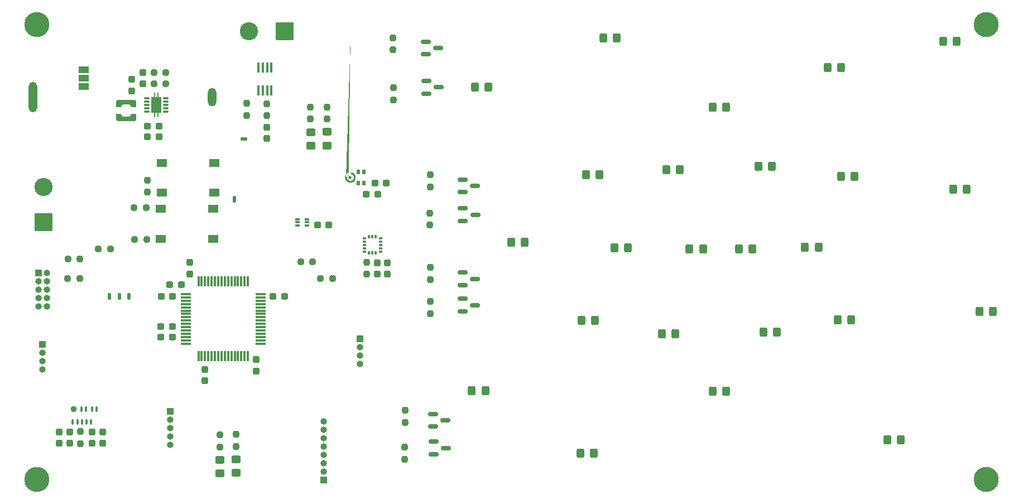
<source format=gts>
G04 #@! TF.GenerationSoftware,KiCad,Pcbnew,8.0.2-8.0.2-0~ubuntu22.04.1*
G04 #@! TF.CreationDate,2024-05-15T13:26:14-04:00*
G04 #@! TF.ProjectId,holiday-widget,686f6c69-6461-4792-9d77-69646765742e,1.0*
G04 #@! TF.SameCoordinates,Original*
G04 #@! TF.FileFunction,Soldermask,Top*
G04 #@! TF.FilePolarity,Negative*
%FSLAX46Y46*%
G04 Gerber Fmt 4.6, Leading zero omitted, Abs format (unit mm)*
G04 Created by KiCad (PCBNEW 8.0.2-8.0.2-0~ubuntu22.04.1) date 2024-05-15 13:26:14*
%MOMM*%
%LPD*%
G01*
G04 APERTURE LIST*
G04 Aperture macros list*
%AMRoundRect*
0 Rectangle with rounded corners*
0 $1 Rounding radius*
0 $2 $3 $4 $5 $6 $7 $8 $9 X,Y pos of 4 corners*
0 Add a 4 corners polygon primitive as box body*
4,1,4,$2,$3,$4,$5,$6,$7,$8,$9,$2,$3,0*
0 Add four circle primitives for the rounded corners*
1,1,$1+$1,$2,$3*
1,1,$1+$1,$4,$5*
1,1,$1+$1,$6,$7*
1,1,$1+$1,$8,$9*
0 Add four rect primitives between the rounded corners*
20,1,$1+$1,$2,$3,$4,$5,0*
20,1,$1+$1,$4,$5,$6,$7,0*
20,1,$1+$1,$6,$7,$8,$9,0*
20,1,$1+$1,$8,$9,$2,$3,0*%
%AMFreePoly0*
4,1,51,0.911569,0.773019,1.138152,0.657569,1.317969,0.477752,1.433419,0.251169,1.462091,0.070138,1.470107,0.070840,1.473200,0.000000,1.470107,-0.070840,1.462091,-0.070138,1.433419,-0.251169,1.317969,-0.477752,1.138152,-0.657569,0.911569,-0.773019,0.660400,-0.812800,0.409231,-0.773019,0.182648,-0.657569,0.002831,-0.477752,-0.112619,-0.251169,-0.141291,-0.070138,-0.149307,-0.070840,
-0.152400,0.000000,0.152400,0.000000,0.177263,-0.156981,0.249420,-0.298595,0.361805,-0.410981,0.503420,-0.483137,0.660400,-0.508000,0.817381,-0.483137,0.958995,-0.410981,1.071381,-0.298595,1.143537,-0.156981,1.168400,0.000000,1.143537,0.156981,1.071381,0.298595,0.958995,0.410981,0.817381,0.483137,0.660400,0.508000,0.503420,0.483137,0.361805,0.410981,0.249420,0.298595,
0.177263,0.156981,0.152400,0.000000,-0.152400,0.000000,-0.149307,0.070840,-0.141291,0.070138,-0.112619,0.251169,0.002831,0.477752,0.182648,0.657569,0.409231,0.773019,0.660400,0.812800,0.911569,0.773019,0.911569,0.773019,$1*%
%AMFreePoly1*
4,1,11,0.760000,0.825000,0.380000,0.510000,0.380000,-0.510000,0.760000,-0.825000,0.760000,-1.525000,-0.125000,-1.525000,-0.380000,-1.270000,-0.380000,1.270000,-0.125000,1.525000,0.760000,1.525000,0.760000,0.825000,0.760000,0.825000,$1*%
G04 Aperture macros list end*
%ADD10R,0.280000X0.280000*%
%ADD11O,0.850000X0.280000*%
%ADD12C,0.600000*%
%ADD13R,0.680000X1.050000*%
%ADD14R,0.260000X0.500000*%
%ADD15R,0.280000X0.700000*%
%ADD16R,1.650000X2.400000*%
%ADD17R,1.550000X1.300000*%
%ADD18RoundRect,0.237500X-0.300000X-0.237500X0.300000X-0.237500X0.300000X0.237500X-0.300000X0.237500X0*%
%ADD19RoundRect,0.237500X0.300000X0.237500X-0.300000X0.237500X-0.300000X-0.237500X0.300000X-0.237500X0*%
%ADD20R,1.000000X1.000000*%
%ADD21O,1.000000X1.000000*%
%ADD22RoundRect,0.250000X-0.325000X-0.450000X0.325000X-0.450000X0.325000X0.450000X-0.325000X0.450000X0*%
%ADD23RoundRect,0.250000X1.125000X1.125000X-1.125000X1.125000X-1.125000X-1.125000X1.125000X-1.125000X0*%
%ADD24C,2.750000*%
%ADD25RoundRect,0.125000X-0.125000X-0.375000X0.125000X-0.375000X0.125000X0.375000X-0.125000X0.375000X0*%
%ADD26RoundRect,0.237500X-0.250000X-0.237500X0.250000X-0.237500X0.250000X0.237500X-0.250000X0.237500X0*%
%ADD27RoundRect,0.237500X0.237500X-0.300000X0.237500X0.300000X-0.237500X0.300000X-0.237500X-0.300000X0*%
%ADD28RoundRect,0.237500X-0.237500X0.250000X-0.237500X-0.250000X0.237500X-0.250000X0.237500X0.250000X0*%
%ADD29RoundRect,0.087500X-0.187500X-0.087500X0.187500X-0.087500X0.187500X0.087500X-0.187500X0.087500X0*%
%ADD30RoundRect,0.087500X-0.087500X-0.187500X0.087500X-0.187500X0.087500X0.187500X-0.087500X0.187500X0*%
%ADD31RoundRect,0.150000X-0.587500X-0.150000X0.587500X-0.150000X0.587500X0.150000X-0.587500X0.150000X0*%
%ADD32RoundRect,0.237500X0.250000X0.237500X-0.250000X0.237500X-0.250000X-0.237500X0.250000X-0.237500X0*%
%ADD33RoundRect,0.237500X0.237500X-0.250000X0.237500X0.250000X-0.237500X0.250000X-0.237500X-0.250000X0*%
%ADD34RoundRect,0.250000X1.125000X-1.125000X1.125000X1.125000X-1.125000X1.125000X-1.125000X-1.125000X0*%
%ADD35RoundRect,0.125000X0.375000X-0.125000X0.375000X0.125000X-0.375000X0.125000X-0.375000X-0.125000X0*%
%ADD36RoundRect,0.237500X-0.237500X0.300000X-0.237500X-0.300000X0.237500X-0.300000X0.237500X0.300000X0*%
%ADD37C,0.500000*%
%ADD38R,0.533400X0.736600*%
%ADD39FreePoly0,0.000000*%
%ADD40RoundRect,0.250000X0.450000X-0.325000X0.450000X0.325000X-0.450000X0.325000X-0.450000X-0.325000X0*%
%ADD41C,2.600000*%
%ADD42C,3.800000*%
%ADD43R,1.500000X1.000000*%
%ADD44R,0.300000X1.600000*%
%ADD45RoundRect,0.100000X-0.100000X-0.300000X0.100000X-0.300000X0.100000X0.300000X-0.100000X0.300000X0*%
%ADD46RoundRect,0.200000X-0.215000X-0.200000X0.215000X-0.200000X0.215000X0.200000X-0.215000X0.200000X0*%
%ADD47RoundRect,0.085000X-0.265000X-0.085000X0.265000X-0.085000X0.265000X0.085000X-0.265000X0.085000X0*%
%ADD48FreePoly1,90.000000*%
%ADD49FreePoly1,270.000000*%
%ADD50O,1.300000X4.600000*%
%ADD51O,1.300000X2.800000*%
%ADD52RoundRect,0.075000X-0.700000X-0.075000X0.700000X-0.075000X0.700000X0.075000X-0.700000X0.075000X0*%
%ADD53RoundRect,0.075000X-0.075000X-0.700000X0.075000X-0.700000X0.075000X0.700000X-0.075000X0.700000X0*%
G04 APERTURE END LIST*
D10*
X133346196Y-85669048D03*
D11*
X133631196Y-85669048D03*
D10*
X133346196Y-86169048D03*
D11*
X133631196Y-86169048D03*
D10*
X133346196Y-86669048D03*
D11*
X133631196Y-86669048D03*
D10*
X133346196Y-87169048D03*
D11*
X133631196Y-87169048D03*
D10*
X133346196Y-87669048D03*
D11*
X133631196Y-87669048D03*
X136581196Y-87669048D03*
D10*
X136866196Y-87669048D03*
D11*
X136581196Y-87169048D03*
D10*
X136866196Y-87169048D03*
D11*
X136581196Y-86669048D03*
D10*
X136866196Y-86669048D03*
D11*
X136581196Y-86169048D03*
D10*
X136866196Y-86169048D03*
D11*
X136581196Y-85669048D03*
D10*
X136866196Y-85669048D03*
D12*
X134606196Y-85919048D03*
X134606196Y-87419048D03*
D13*
X134656196Y-86034048D03*
X134656196Y-87304048D03*
D14*
X134856196Y-85039048D03*
D15*
X134856196Y-85119048D03*
X134856196Y-88219048D03*
D14*
X134856196Y-88299048D03*
D12*
X135106196Y-86669048D03*
D16*
X135106196Y-86669048D03*
D14*
X135356196Y-85039048D03*
D15*
X135356196Y-85119048D03*
X135356196Y-88219048D03*
D14*
X135356196Y-88299048D03*
D13*
X135556196Y-86034048D03*
X135556196Y-87304048D03*
D12*
X135606196Y-85919048D03*
X135606196Y-87419048D03*
D17*
X136000000Y-95500000D03*
X143950000Y-95500000D03*
X136000000Y-100000000D03*
X143950000Y-100000000D03*
D18*
X152847261Y-115705081D03*
X154572261Y-115705081D03*
D19*
X137535635Y-121937760D03*
X135810635Y-121937760D03*
D20*
X160500000Y-143560000D03*
D21*
X160500000Y-142290000D03*
X160500000Y-141020000D03*
X160500000Y-139750000D03*
X160500000Y-138480000D03*
X160500000Y-137210000D03*
X160500000Y-135940000D03*
X160500000Y-134670000D03*
D22*
X238489371Y-119278460D03*
X240539371Y-119278460D03*
D23*
X154607267Y-75475364D03*
D24*
X149207267Y-75475364D03*
D25*
X147000000Y-101000000D03*
D26*
X121712407Y-110048551D03*
X123537407Y-110048551D03*
D27*
X151906336Y-91802774D03*
X151906336Y-90077774D03*
D22*
X238975000Y-97500000D03*
X241025000Y-97500000D03*
D28*
X133725000Y-98087500D03*
X133725000Y-99912500D03*
D22*
X226475000Y-96000000D03*
X228525000Y-96000000D03*
D29*
X166671477Y-106921439D03*
X166671477Y-107421439D03*
X166671477Y-107921439D03*
X166671477Y-108421439D03*
X166671477Y-108921439D03*
D30*
X167396477Y-109146439D03*
X167896477Y-109146439D03*
X168396477Y-109146439D03*
D29*
X169121477Y-108921439D03*
X169121477Y-108421439D03*
X169121477Y-107921439D03*
X169121477Y-107421439D03*
X169121477Y-106921439D03*
D30*
X168396477Y-106696439D03*
X167896477Y-106696439D03*
X167396477Y-106696439D03*
D25*
X129500000Y-115750000D03*
D31*
X181616299Y-97988898D03*
X181616299Y-99888898D03*
X183491299Y-98938898D03*
D26*
X131750000Y-102250000D03*
X133575000Y-102250000D03*
D32*
X133630584Y-107104329D03*
X131805584Y-107104329D03*
D33*
X171133179Y-85884780D03*
X171133179Y-84059780D03*
D18*
X168275000Y-98500000D03*
X170000000Y-98500000D03*
D22*
X259975000Y-118000000D03*
X262025000Y-118000000D03*
D33*
X172829630Y-140429444D03*
X172829630Y-138604444D03*
D34*
X118000000Y-104500000D03*
D24*
X118000000Y-99100000D03*
D28*
X161010000Y-87000000D03*
X161010000Y-88825000D03*
D33*
X172891901Y-134825000D03*
X172891901Y-133000000D03*
D22*
X223475000Y-108500000D03*
X225525000Y-108500000D03*
X227220392Y-121177972D03*
X229270392Y-121177972D03*
D35*
X148394215Y-91812997D03*
D20*
X117875360Y-123032355D03*
D21*
X117875360Y-124302355D03*
X117875360Y-125572355D03*
X117875360Y-126842355D03*
D22*
X188975000Y-107500000D03*
X191025000Y-107500000D03*
D36*
X122009140Y-136285051D03*
X122009140Y-138010051D03*
D22*
X183475000Y-84000000D03*
X185525000Y-84000000D03*
D37*
X164523200Y-97662500D03*
D38*
X166597200Y-96825000D03*
X165775000Y-96825000D03*
D39*
X163862800Y-97662500D03*
D38*
X165775000Y-98500000D03*
X166597200Y-98500000D03*
D20*
X137250000Y-133190000D03*
D21*
X137250000Y-134460000D03*
X137250000Y-135730000D03*
X137250000Y-137000000D03*
X137250000Y-138270000D03*
D31*
X176062500Y-83050000D03*
X176062500Y-84950000D03*
X177937500Y-84000000D03*
D40*
X158589541Y-92856990D03*
X158589541Y-90806990D03*
D27*
X133081196Y-83488957D03*
X133081196Y-81763957D03*
D19*
X137574547Y-115697983D03*
X135849547Y-115697983D03*
D25*
X128000000Y-115750000D03*
D22*
X254475000Y-77000000D03*
X256525000Y-77000000D03*
X199629790Y-119364524D03*
X201679790Y-119364524D03*
D31*
X177125000Y-133550000D03*
X177125000Y-135450000D03*
X179000000Y-134500000D03*
D28*
X144750000Y-136750000D03*
X144750000Y-138575000D03*
D31*
X177201174Y-137770048D03*
X177201174Y-139670048D03*
X179076174Y-138720048D03*
D33*
X176633710Y-104912500D03*
X176633710Y-103087500D03*
D22*
X216000000Y-108500000D03*
X218050000Y-108500000D03*
D40*
X144770877Y-142588376D03*
X144770877Y-140538376D03*
D31*
X176026096Y-77110791D03*
X176026096Y-79010791D03*
X177901096Y-78060791D03*
D41*
X261000000Y-143500000D03*
D42*
X261000000Y-143500000D03*
D22*
X211787206Y-121425894D03*
X213837206Y-121425894D03*
D32*
X136576618Y-83476992D03*
X134751618Y-83476992D03*
D26*
X160000000Y-113000000D03*
X161825000Y-113000000D03*
D36*
X170182981Y-110624258D03*
X170182981Y-112349258D03*
D18*
X133775000Y-89870914D03*
X135500000Y-89870914D03*
D43*
X124081196Y-81326457D03*
X124081196Y-82626457D03*
X124081196Y-83926457D03*
D22*
X199475000Y-139500000D03*
X201525000Y-139500000D03*
D17*
X143721058Y-106967923D03*
X135771058Y-106967923D03*
X143721058Y-102467923D03*
X135771058Y-102467923D03*
D44*
X150632267Y-84450364D03*
X151282267Y-84450364D03*
X151932267Y-84450364D03*
X152582267Y-84450364D03*
X152582267Y-81050364D03*
X151932267Y-81050364D03*
X151282267Y-81050364D03*
X150632267Y-81050364D03*
D36*
X120377782Y-136286282D03*
X120377782Y-138011282D03*
D32*
X128162500Y-108570167D03*
X126337500Y-108570167D03*
D41*
X261000000Y-74500000D03*
D42*
X261000000Y-74500000D03*
D22*
X233530918Y-108276892D03*
X235580918Y-108276892D03*
D19*
X137541190Y-120325651D03*
X135816190Y-120325651D03*
D18*
X159547416Y-104880682D03*
X161272416Y-104880682D03*
D36*
X125397471Y-136289045D03*
X125397471Y-138014045D03*
D33*
X123626843Y-138059983D03*
X123626843Y-136234983D03*
X176663601Y-113187296D03*
X176663601Y-111362296D03*
D45*
X122451214Y-134813954D03*
X123136214Y-134813954D03*
X123821214Y-134813954D03*
X124506214Y-134813954D03*
X125191214Y-134813954D03*
X126081214Y-132813954D03*
X125401214Y-132813954D03*
X124401214Y-132813954D03*
X123751214Y-132813954D03*
D46*
X122586214Y-132813954D03*
D22*
X200299181Y-97274615D03*
X202349181Y-97274615D03*
D41*
X117000000Y-74500000D03*
D42*
X117000000Y-74500000D03*
D28*
X147250000Y-136675000D03*
X147250000Y-138500000D03*
D33*
X176703799Y-99113898D03*
X176703799Y-97288898D03*
D27*
X140229105Y-112307588D03*
X140229105Y-110582588D03*
D31*
X181616299Y-112113898D03*
X181616299Y-114013898D03*
X183491299Y-113063898D03*
D33*
X176656301Y-118343785D03*
X176656301Y-116518785D03*
D26*
X157000000Y-110500000D03*
X158825000Y-110500000D03*
D22*
X212475000Y-96500000D03*
X214525000Y-96500000D03*
X236975000Y-81000000D03*
X239025000Y-81000000D03*
D25*
X131000000Y-115750000D03*
D36*
X127000000Y-136275000D03*
X127000000Y-138000000D03*
X142500000Y-126775000D03*
X142500000Y-128500000D03*
D31*
X181600611Y-116101075D03*
X181600611Y-118001075D03*
X183475611Y-117051075D03*
D33*
X171000000Y-78325000D03*
X171000000Y-76500000D03*
D22*
X182975000Y-130000000D03*
X185025000Y-130000000D03*
X219506118Y-130103187D03*
X221556118Y-130103187D03*
D40*
X147255159Y-142513376D03*
X147255159Y-140463376D03*
D36*
X168597824Y-110609753D03*
X168597824Y-112334753D03*
D41*
X117000000Y-143500000D03*
D42*
X117000000Y-143500000D03*
D26*
X121675000Y-113000000D03*
X123500000Y-113000000D03*
D33*
X167008476Y-112363471D03*
X167008476Y-110538471D03*
D47*
X156500000Y-104000000D03*
X156500000Y-104500000D03*
X156500000Y-105000000D03*
X158000000Y-105000000D03*
X158000000Y-104500000D03*
X158000000Y-104000000D03*
D33*
X151893596Y-88323728D03*
X151893596Y-86498728D03*
D19*
X137172158Y-113979227D03*
X138897158Y-113979227D03*
D33*
X148839788Y-88295996D03*
X148839788Y-86470996D03*
D36*
X150259409Y-125326240D03*
X150259409Y-127051240D03*
D22*
X256000000Y-99500000D03*
X258050000Y-99500000D03*
X246000000Y-137500000D03*
X248050000Y-137500000D03*
D18*
X133775000Y-91500000D03*
X135500000Y-91500000D03*
D22*
X202950000Y-76500000D03*
X205000000Y-76500000D03*
D28*
X158500000Y-87000000D03*
X158500000Y-88825000D03*
D27*
X131415924Y-84554339D03*
X131415924Y-82829339D03*
D20*
X166000000Y-122140000D03*
D21*
X166000000Y-123410000D03*
X166000000Y-124680000D03*
X166000000Y-125950000D03*
D48*
X130581196Y-88798390D03*
D49*
X130581196Y-86258390D03*
D26*
X134756196Y-81799037D03*
X136581196Y-81799037D03*
D40*
X161046595Y-92838376D03*
X161046595Y-90788376D03*
D22*
X204596760Y-108356758D03*
X206646760Y-108356758D03*
D20*
X117230000Y-112190000D03*
D21*
X118500000Y-112190000D03*
X117230000Y-113460000D03*
X118500000Y-113460000D03*
X117230000Y-114730000D03*
X118500000Y-114730000D03*
X117230000Y-116000000D03*
X118500000Y-116000000D03*
X117230000Y-117270000D03*
X118500000Y-117270000D03*
D22*
X219500000Y-87000000D03*
X221550000Y-87000000D03*
D31*
X181625000Y-102371013D03*
X181625000Y-104271013D03*
X183500000Y-103321013D03*
D18*
X166976620Y-100195690D03*
X168701620Y-100195690D03*
D50*
X116400000Y-85500000D03*
D51*
X143600000Y-85500000D03*
D52*
X139582934Y-115388726D03*
X139582934Y-115888726D03*
X139582934Y-116388726D03*
X139582934Y-116888726D03*
X139582934Y-117388726D03*
X139582934Y-117888726D03*
X139582934Y-118388726D03*
X139582934Y-118888726D03*
X139582934Y-119388726D03*
X139582934Y-119888726D03*
X139582934Y-120388726D03*
X139582934Y-120888726D03*
X139582934Y-121388726D03*
X139582934Y-121888726D03*
X139582934Y-122388726D03*
X139582934Y-122888726D03*
D53*
X141507934Y-124813726D03*
X142007934Y-124813726D03*
X142507934Y-124813726D03*
X143007934Y-124813726D03*
X143507934Y-124813726D03*
X144007934Y-124813726D03*
X144507934Y-124813726D03*
X145007934Y-124813726D03*
X145507934Y-124813726D03*
X146007934Y-124813726D03*
X146507934Y-124813726D03*
X147007934Y-124813726D03*
X147507934Y-124813726D03*
X148007934Y-124813726D03*
X148507934Y-124813726D03*
X149007934Y-124813726D03*
D52*
X150932934Y-122888726D03*
X150932934Y-122388726D03*
X150932934Y-121888726D03*
X150932934Y-121388726D03*
X150932934Y-120888726D03*
X150932934Y-120388726D03*
X150932934Y-119888726D03*
X150932934Y-119388726D03*
X150932934Y-118888726D03*
X150932934Y-118388726D03*
X150932934Y-117888726D03*
X150932934Y-117388726D03*
X150932934Y-116888726D03*
X150932934Y-116388726D03*
X150932934Y-115888726D03*
X150932934Y-115388726D03*
D53*
X149007934Y-113463726D03*
X148507934Y-113463726D03*
X148007934Y-113463726D03*
X147507934Y-113463726D03*
X147007934Y-113463726D03*
X146507934Y-113463726D03*
X146007934Y-113463726D03*
X145507934Y-113463726D03*
X145007934Y-113463726D03*
X144507934Y-113463726D03*
X144007934Y-113463726D03*
X143507934Y-113463726D03*
X143007934Y-113463726D03*
X142507934Y-113463726D03*
X142007934Y-113463726D03*
X141507934Y-113463726D03*
M02*

</source>
